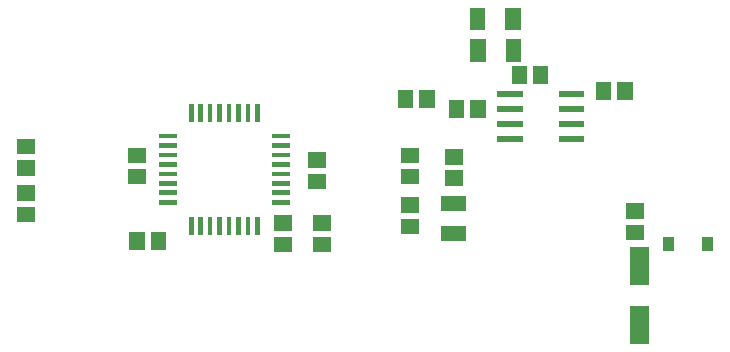
<source format=gbr>
G04 start of page 10 for group -4015 idx -4015 *
G04 Title: (unknown), toppaste *
G04 Creator: pcb 20110918 *
G04 CreationDate: Wed 07 Aug 2013 04:14:36 AM GMT UTC *
G04 For: ndholmes *
G04 Format: Gerber/RS-274X *
G04 PCB-Dimensions: 293000 121000 *
G04 PCB-Coordinate-Origin: lower left *
%MOIN*%
%FSLAX25Y25*%
%LNTOPPASTE*%
%ADD93R,0.0157X0.0157*%
%ADD92R,0.0490X0.0490*%
%ADD91R,0.0200X0.0200*%
%ADD90R,0.0360X0.0360*%
%ADD89R,0.0630X0.0630*%
%ADD88R,0.0512X0.0512*%
G54D88*X74457Y35893D02*Y35107D01*
X81543Y35893D02*Y35107D01*
X179607Y63586D02*X180393D01*
X179607Y56500D02*X180393D01*
X74107Y64043D02*X74893D01*
X74107Y56957D02*X74893D01*
X165107Y64086D02*X165893D01*
X165107Y57000D02*X165893D01*
G54D89*X242000Y30492D02*Y24193D01*
Y10807D02*Y4508D01*
G54D90*X251600Y35100D02*Y33900D01*
X264500Y35100D02*Y33900D01*
G54D88*X229957Y85893D02*Y85107D01*
X237043Y85893D02*Y85107D01*
G54D91*X195500Y84500D02*X202000D01*
X195500Y79500D02*X202000D01*
X195500Y74500D02*X202000D01*
X195500Y69500D02*X202000D01*
X216000D02*X222500D01*
X216000Y74500D02*X222500D01*
X216000Y79500D02*X222500D01*
X216000Y84500D02*X222500D01*
G54D88*X199905Y100181D02*Y97819D01*
X188095Y100181D02*Y97819D01*
X201914Y91393D02*Y90607D01*
X209000Y91393D02*Y90607D01*
X171043Y83393D02*Y82607D01*
X163957Y83393D02*Y82607D01*
X240107Y45543D02*X240893D01*
X240107Y38457D02*X240893D01*
G54D92*X178200Y38000D02*X181800D01*
X178200Y48000D02*X181800D01*
G54D88*X199810Y110681D02*Y108319D01*
X188000Y110681D02*Y108319D01*
X165107Y40457D02*X165893D01*
X165107Y47543D02*X165893D01*
X134107Y62543D02*X134893D01*
X134107Y55457D02*X134893D01*
X188043Y79893D02*Y79107D01*
X180957Y79893D02*Y79107D01*
X37107Y51500D02*X37893D01*
X37107Y44414D02*X37893D01*
X37107Y59914D02*X37893D01*
X37107Y67000D02*X37893D01*
X135607Y34457D02*X136393D01*
X135607Y41543D02*X136393D01*
X122607D02*X123393D01*
X122607Y34457D02*X123393D01*
G54D93*X120066Y48477D02*X124492D01*
X120066Y51626D02*X124492D01*
X120066Y54776D02*X124492D01*
X120066Y57925D02*X124492D01*
X120066Y61075D02*X124492D01*
X120066Y64225D02*X124492D01*
X120066Y67374D02*X124492D01*
X120066Y70524D02*X124492D01*
X114523Y80492D02*Y76066D01*
X111374Y80492D02*Y76066D01*
X108224Y80492D02*Y76066D01*
X105075Y80492D02*Y76066D01*
X101925Y80492D02*Y76066D01*
X98775Y80492D02*Y76066D01*
X95626Y80492D02*Y76066D01*
X92476Y80492D02*Y76066D01*
X82508Y70523D02*X86934D01*
X82508Y67374D02*X86934D01*
X82508Y64224D02*X86934D01*
X82508Y61075D02*X86934D01*
X82508Y57925D02*X86934D01*
X82508Y54775D02*X86934D01*
X82508Y51626D02*X86934D01*
X82508Y48476D02*X86934D01*
X92477Y42934D02*Y38508D01*
X95626Y42934D02*Y38508D01*
X98776Y42934D02*Y38508D01*
X101925Y42934D02*Y38508D01*
X105075Y42934D02*Y38508D01*
X108225Y42934D02*Y38508D01*
X111374Y42934D02*Y38508D01*
X114524Y42934D02*Y38508D01*
M02*

</source>
